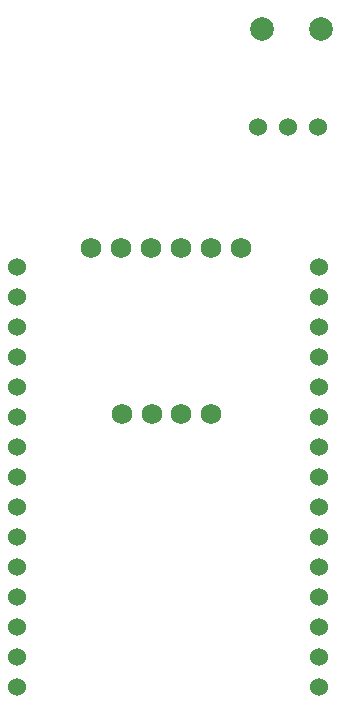
<source format=gbr>
%TF.GenerationSoftware,KiCad,Pcbnew,7.0.10*%
%TF.CreationDate,2024-02-06T12:45:22-08:00*%
%TF.ProjectId,Rocket_v1,526f636b-6574-45f7-9631-2e6b69636164,rev?*%
%TF.SameCoordinates,Original*%
%TF.FileFunction,Soldermask,Bot*%
%TF.FilePolarity,Negative*%
%FSLAX46Y46*%
G04 Gerber Fmt 4.6, Leading zero omitted, Abs format (unit mm)*
G04 Created by KiCad (PCBNEW 7.0.10) date 2024-02-06 12:45:22*
%MOMM*%
%LPD*%
G01*
G04 APERTURE LIST*
%ADD10C,2.000000*%
%ADD11C,1.524000*%
%ADD12C,1.750000*%
G04 APERTURE END LIST*
D10*
%TO.C,Screw1*%
X73970000Y-38235000D03*
X78970000Y-38235000D03*
%TD*%
D11*
%TO.C,Mosfet1*%
X78700000Y-46580000D03*
X76160000Y-46580000D03*
X73620000Y-46580000D03*
%TD*%
D12*
%TO.C,HX1*%
X62110000Y-70840000D03*
X64610000Y-70840000D03*
X67110000Y-70840000D03*
X69610000Y-70840000D03*
%TD*%
%TO.C,Sdcard1*%
X59470000Y-56770000D03*
X62010000Y-56770000D03*
X64550000Y-56770000D03*
X67090000Y-56770000D03*
X69630000Y-56770000D03*
X72170000Y-56770000D03*
%TD*%
D11*
%TO.C,ESP1*%
X78740000Y-93959644D03*
X78740000Y-91421098D03*
X78740000Y-88882552D03*
X78740000Y-86344006D03*
X78740000Y-83805460D03*
X78740000Y-81266914D03*
X78740000Y-78728368D03*
X78740000Y-76189822D03*
X78740000Y-73651276D03*
X78740000Y-71112730D03*
X78740000Y-68574184D03*
X78740000Y-66035638D03*
X78740000Y-63497092D03*
X78740000Y-60958546D03*
X78740000Y-58420000D03*
X53210000Y-93959644D03*
X53210000Y-91421098D03*
X53210000Y-88882552D03*
X53210000Y-86344006D03*
X53210000Y-83805460D03*
X53210000Y-81266914D03*
X53210000Y-78728368D03*
X53210000Y-76189822D03*
X53210000Y-73651276D03*
X53210000Y-71112730D03*
X53210000Y-68574184D03*
X53210000Y-66035638D03*
X53210000Y-63497092D03*
X53210000Y-60958546D03*
X53210000Y-58420000D03*
%TD*%
M02*

</source>
